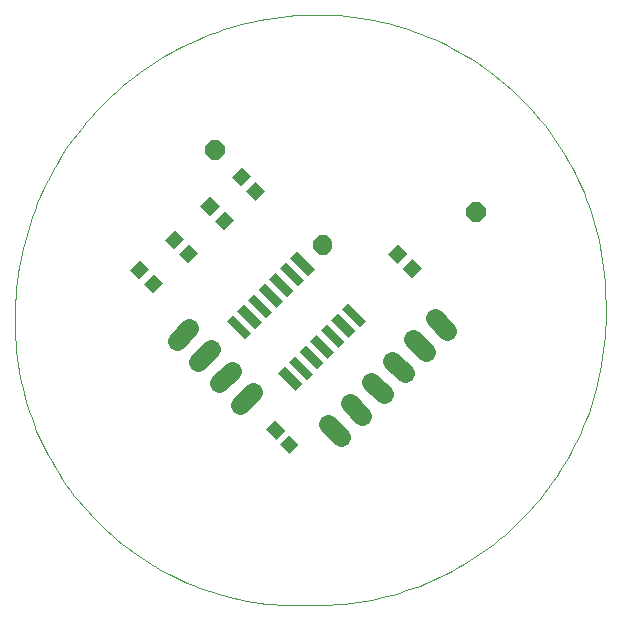
<source format=gts>
G75*
%MOIN*%
%OFA0B0*%
%FSLAX24Y24*%
%IPPOS*%
%LPD*%
%AMOC8*
5,1,8,0,0,1.08239X$1,22.5*
%
%ADD10C,0.0000*%
%ADD11R,0.0300X0.0840*%
%ADD12R,0.0473X0.0434*%
%ADD13R,0.0434X0.0473*%
%ADD14C,0.0640*%
%ADD15C,0.0128*%
%ADD16OC8,0.0640*%
D10*
X009172Y000100D02*
X010109Y000100D01*
X009172Y000100D02*
X008944Y000112D01*
X008716Y000130D01*
X008488Y000153D01*
X008261Y000182D01*
X008035Y000216D01*
X007810Y000255D01*
X007586Y000300D01*
X007363Y000351D01*
X007141Y000407D01*
X006921Y000468D01*
X006702Y000534D01*
X006485Y000606D01*
X006270Y000683D01*
X006056Y000765D01*
X005845Y000852D01*
X005636Y000945D01*
X005429Y001042D01*
X005225Y001144D01*
X005023Y001252D01*
X004823Y001364D01*
X004627Y001480D01*
X004433Y001602D01*
X004243Y001728D01*
X004055Y001859D01*
X003871Y001994D01*
X003690Y002134D01*
X003512Y002278D01*
X003338Y002426D01*
X003168Y002579D01*
X003001Y002735D01*
X002838Y002896D01*
X002679Y003060D01*
X002525Y003228D01*
X002374Y003400D01*
X002227Y003576D01*
X002085Y003755D01*
X001947Y003937D01*
X001814Y004123D01*
X001685Y004312D01*
X001560Y004503D01*
X001441Y004698D01*
X001326Y004896D01*
X001216Y005096D01*
X001110Y005299D01*
X001010Y005505D01*
X000915Y005712D01*
X000824Y005922D01*
X000739Y006135D01*
X000659Y006349D01*
X000584Y006565D01*
X000515Y006783D01*
X000450Y007002D01*
X000391Y007223D01*
X000338Y007445D01*
X000290Y007669D01*
X000247Y007893D01*
X000209Y008119D01*
X000177Y008345D01*
X000151Y008572D01*
X000130Y008800D01*
X000115Y009028D01*
X000105Y009256D01*
X000100Y009485D01*
X000101Y009714D01*
X000108Y009942D01*
X010110Y000100D02*
X010348Y000103D01*
X010585Y000112D01*
X010822Y000127D01*
X011059Y000148D01*
X011295Y000174D01*
X011530Y000206D01*
X011765Y000244D01*
X011998Y000288D01*
X012231Y000337D01*
X012462Y000392D01*
X012692Y000453D01*
X012920Y000519D01*
X013146Y000591D01*
X013371Y000669D01*
X013594Y000752D01*
X013814Y000840D01*
X014033Y000934D01*
X014249Y001033D01*
X014462Y001137D01*
X014673Y001247D01*
X014881Y001361D01*
X015086Y001481D01*
X015288Y001606D01*
X015488Y001735D01*
X015683Y001870D01*
X015876Y002009D01*
X016065Y002153D01*
X016251Y002302D01*
X016432Y002455D01*
X016610Y002612D01*
X016784Y002774D01*
X016954Y002940D01*
X017120Y003110D01*
X017282Y003284D01*
X017440Y003462D01*
X017593Y003644D01*
X017741Y003829D01*
X017885Y004018D01*
X018024Y004211D01*
X018159Y004407D01*
X018288Y004606D01*
X018413Y004808D01*
X018533Y005013D01*
X018647Y005221D01*
X018757Y005432D01*
X018861Y005646D01*
X018960Y005862D01*
X019054Y006080D01*
X019142Y006301D01*
X019225Y006523D01*
X019303Y006748D01*
X019375Y006974D01*
X019441Y007202D01*
X019502Y007432D01*
X019557Y007663D01*
X019606Y007896D01*
X019650Y008129D01*
X019688Y008364D01*
X019720Y008599D01*
X019746Y008835D01*
X019767Y009072D01*
X019782Y009309D01*
X019791Y009547D01*
X019794Y009784D01*
X019793Y009784D02*
X019793Y010184D01*
X019790Y010420D01*
X019781Y010655D01*
X019767Y010890D01*
X019747Y011125D01*
X019721Y011359D01*
X019689Y011593D01*
X019652Y011825D01*
X019609Y012057D01*
X019560Y012288D01*
X019505Y012517D01*
X019445Y012745D01*
X019380Y012971D01*
X019308Y013196D01*
X019232Y013418D01*
X019150Y013639D01*
X019062Y013858D01*
X018969Y014075D01*
X018871Y014289D01*
X018768Y014501D01*
X018659Y014710D01*
X018546Y014916D01*
X018427Y015120D01*
X018303Y015321D01*
X018175Y015518D01*
X018042Y015712D01*
X017904Y015903D01*
X017761Y016091D01*
X017614Y016275D01*
X017462Y016455D01*
X017306Y016632D01*
X017145Y016804D01*
X016981Y016973D01*
X016812Y017137D01*
X016640Y017298D01*
X016463Y017454D01*
X016283Y017606D01*
X016099Y017753D01*
X015911Y017896D01*
X015720Y018034D01*
X015526Y018167D01*
X015329Y018295D01*
X015128Y018419D01*
X014924Y018538D01*
X014718Y018651D01*
X014509Y018760D01*
X014297Y018863D01*
X014083Y018961D01*
X013866Y019054D01*
X013647Y019142D01*
X013426Y019224D01*
X013204Y019300D01*
X012979Y019372D01*
X012753Y019437D01*
X012525Y019497D01*
X012296Y019552D01*
X012065Y019601D01*
X011833Y019644D01*
X011601Y019681D01*
X011367Y019713D01*
X011133Y019739D01*
X010898Y019759D01*
X010663Y019773D01*
X010428Y019782D01*
X010192Y019785D01*
X010191Y019785D02*
X009948Y019782D01*
X009704Y019773D01*
X009461Y019759D01*
X009218Y019738D01*
X008976Y019712D01*
X008734Y019679D01*
X008493Y019641D01*
X008254Y019597D01*
X008015Y019548D01*
X007778Y019492D01*
X007542Y019431D01*
X007307Y019364D01*
X007074Y019292D01*
X006844Y019214D01*
X006615Y019130D01*
X006388Y019041D01*
X006163Y018946D01*
X005941Y018846D01*
X005721Y018741D01*
X005504Y018630D01*
X005289Y018514D01*
X005078Y018393D01*
X004869Y018267D01*
X004664Y018136D01*
X004461Y018000D01*
X004262Y017859D01*
X004067Y017713D01*
X003875Y017563D01*
X003687Y017408D01*
X003503Y017249D01*
X003322Y017085D01*
X003146Y016917D01*
X002973Y016745D01*
X002805Y016568D01*
X002641Y016388D01*
X002482Y016203D01*
X002327Y016015D01*
X002177Y015823D01*
X002031Y015628D01*
X001890Y015429D01*
X001754Y015226D01*
X001623Y015021D01*
X001497Y014812D01*
X001376Y014601D01*
X001260Y014386D01*
X001149Y014169D01*
X001044Y013949D01*
X000944Y013727D01*
X000849Y013502D01*
X000760Y013276D01*
X000676Y013047D01*
X000598Y012816D01*
X000526Y012583D01*
X000459Y012349D01*
X000398Y012113D01*
X000342Y011875D01*
X000293Y011637D01*
X000249Y011397D01*
X000211Y011156D01*
X000178Y010914D01*
X000152Y010672D01*
X000131Y010429D01*
X000117Y010186D01*
X000108Y009942D01*
D11*
G36*
X007973Y009176D02*
X007760Y008963D01*
X007167Y009556D01*
X007380Y009769D01*
X007973Y009176D01*
G37*
G36*
X008327Y009529D02*
X008114Y009316D01*
X007521Y009909D01*
X007734Y010122D01*
X008327Y009529D01*
G37*
G36*
X008680Y009883D02*
X008467Y009670D01*
X007874Y010263D01*
X008087Y010476D01*
X008680Y009883D01*
G37*
G36*
X009034Y010237D02*
X008821Y010024D01*
X008228Y010617D01*
X008441Y010830D01*
X009034Y010237D01*
G37*
G36*
X009388Y010590D02*
X009175Y010377D01*
X008582Y010970D01*
X008795Y011183D01*
X009388Y010590D01*
G37*
G36*
X009741Y010944D02*
X009528Y010731D01*
X008935Y011324D01*
X009148Y011537D01*
X009741Y010944D01*
G37*
G36*
X010095Y011297D02*
X009882Y011084D01*
X009289Y011677D01*
X009502Y011890D01*
X010095Y011297D01*
G37*
G36*
X011806Y009586D02*
X011593Y009373D01*
X011000Y009966D01*
X011213Y010179D01*
X011806Y009586D01*
G37*
G36*
X011452Y009233D02*
X011239Y009020D01*
X010646Y009613D01*
X010859Y009826D01*
X011452Y009233D01*
G37*
G36*
X011099Y008879D02*
X010886Y008666D01*
X010293Y009259D01*
X010506Y009472D01*
X011099Y008879D01*
G37*
G36*
X010745Y008525D02*
X010532Y008312D01*
X009939Y008905D01*
X010152Y009118D01*
X010745Y008525D01*
G37*
G36*
X010392Y008172D02*
X010179Y007959D01*
X009586Y008552D01*
X009799Y008765D01*
X010392Y008172D01*
G37*
G36*
X010038Y007818D02*
X009825Y007605D01*
X009232Y008198D01*
X009445Y008411D01*
X010038Y007818D01*
G37*
G36*
X009685Y007465D02*
X009472Y007252D01*
X008879Y007845D01*
X009092Y008058D01*
X009685Y007465D01*
G37*
D12*
G36*
X008791Y005623D02*
X008466Y005963D01*
X008779Y006263D01*
X009104Y005923D01*
X008791Y005623D01*
G37*
G36*
X009254Y005139D02*
X008929Y005479D01*
X009242Y005779D01*
X009567Y005439D01*
X009254Y005139D01*
G37*
D13*
G36*
X004746Y011134D02*
X005053Y010827D01*
X004720Y010494D01*
X004413Y010801D01*
X004746Y011134D01*
G37*
G36*
X004273Y011608D02*
X004580Y011301D01*
X004247Y010968D01*
X003940Y011275D01*
X004273Y011608D01*
G37*
G36*
X005433Y012618D02*
X005740Y012311D01*
X005407Y011978D01*
X005100Y012285D01*
X005433Y012618D01*
G37*
G36*
X005906Y012144D02*
X006213Y011837D01*
X005880Y011504D01*
X005573Y011811D01*
X005906Y012144D01*
G37*
G36*
X007096Y013254D02*
X007403Y012947D01*
X007070Y012614D01*
X006763Y012921D01*
X007096Y013254D01*
G37*
G36*
X006623Y013728D02*
X006930Y013421D01*
X006597Y013088D01*
X006290Y013395D01*
X006623Y013728D01*
G37*
G36*
X007663Y014698D02*
X007970Y014391D01*
X007637Y014058D01*
X007330Y014365D01*
X007663Y014698D01*
G37*
G36*
X008136Y014224D02*
X008443Y013917D01*
X008110Y013584D01*
X007803Y013891D01*
X008136Y014224D01*
G37*
G36*
X012857Y011488D02*
X012550Y011795D01*
X012883Y012128D01*
X013190Y011821D01*
X012857Y011488D01*
G37*
G36*
X013330Y011014D02*
X013023Y011321D01*
X013356Y011654D01*
X013663Y011347D01*
X013330Y011014D01*
G37*
D14*
X007332Y007920D02*
X006908Y007495D01*
X007615Y006788D02*
X008039Y007212D01*
X006625Y008627D02*
X006201Y008202D01*
X005494Y008910D02*
X005918Y009334D01*
X010557Y006135D02*
X010981Y005711D01*
X011688Y006418D02*
X011264Y006842D01*
X011971Y007550D02*
X012395Y007125D01*
X013102Y007832D02*
X012678Y008257D01*
X013385Y008964D02*
X013809Y008540D01*
X014516Y009247D02*
X014092Y009671D01*
D15*
X010176Y012069D02*
X010112Y012005D01*
X010112Y012217D01*
X010261Y012366D01*
X010473Y012366D01*
X010622Y012217D01*
X010622Y012005D01*
X010473Y011856D01*
X010261Y011856D01*
X010112Y012005D01*
X010208Y012045D01*
X010208Y012177D01*
X010301Y012270D01*
X010433Y012270D01*
X010526Y012177D01*
X010526Y012045D01*
X010433Y011952D01*
X010301Y011952D01*
X010208Y012045D01*
X010304Y012085D01*
X010304Y012137D01*
X010341Y012174D01*
X010393Y012174D01*
X010430Y012137D01*
X010430Y012085D01*
X010393Y012048D01*
X010341Y012048D01*
X010304Y012085D01*
D16*
X006767Y015271D03*
X015487Y013221D03*
M02*

</source>
